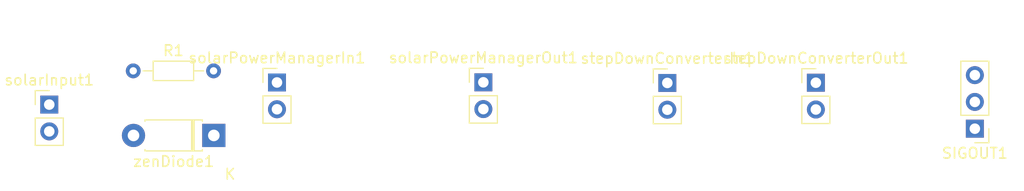
<source format=kicad_pcb>
(kicad_pcb (version 20240108) (generator "pcbnew") (generator_version "8.0")
  (layers (0 "F.Cu" signal) (31 "B.Cu" signal) (34 "B.Paste" user) (35 "F.Paste" user) (36 "B.SilkS" user "B.Silkscreen") (37 "F.SilkS" user "F.Silkscreen") (38 "B.Mask" user) (39 "F.Mask" user) (44 "Edge.Cuts" user))
  (net 0 "")
  (net 1 "0~10V")
  (net 2 "0~6.2V")
  (net 3 "GND")
  (net 4 "+5V")
  (net 5 "+3.3V")
  (footprint "Resistor_THT:R_Axial_DIN0204_L3.6mm_D1.6mm_P7.62mm_Horizontal" (layer "F.Cu") (at 81.89 69.05)
    (property "Reference" "R1" (at 3.81 -1.92 0) (layer "F.SilkS"))
    (property "Value" "13")
    (fp_line (start 0.94 0) (end 1.89 0) (stroke (width 0.12)) (layer "F.SilkS"))
    (fp_line (start 1.89 -0.92) (end 1.89 0.92) (stroke (width 0.12)) (layer "F.SilkS"))
    (fp_line (start 1.89 0.92) (end 5.73 0.92) (stroke (width 0.12)) (layer "F.SilkS"))
    (fp_line (start 5.73 -0.92) (end 1.89 -0.92) (stroke (width 0.12)) (layer "F.SilkS"))
    (fp_line (start 5.73 0.92) (end 5.73 -0.92) (stroke (width 0.12)) (layer "F.SilkS"))
    (fp_line (start 6.68 0) (end 5.73 0) (stroke (width 0.12)) (layer "F.SilkS"))
    (pad "1" thru_hole circle (at 0 0) (size 1.4 1.4) (drill 0.7) (layers "*.Cu" "*.Mask") (net 1 "0~10V"))
    (pad "2" thru_hole oval (at 7.62 0) (size 1.4 1.4) (drill 0.7) (layers "*.Cu" "*.Mask") (net 2 "0~6.2V"))
  )
  (footprint "Connector_PinHeader_2.54mm:PinHeader_1x03_P2.54mm_Vertical" (layer "F.Cu") (at 161.72 74.535 180)
    (property "Reference" "SIGOUT1" (at 0 -2.33 360) (layer "F.SilkS"))
    (property "Value" "Conn_01x03")
    (fp_line (start 1.33 1.27) (end 1.33 6.41) (stroke (width 0.12)) (layer "F.SilkS"))
    (fp_line (start -1.33 6.41) (end 1.33 6.41) (stroke (width 0.12)) (layer "F.SilkS"))
    (fp_line (start -1.33 1.27) (end 1.33 1.27) (stroke (width 0.12)) (layer "F.SilkS"))
    (fp_line (start -1.33 1.27) (end -1.33 6.41) (stroke (width 0.12)) (layer "F.SilkS"))
    (fp_line (start -1.33 0) (end -1.33 -1.33) (stroke (width 0.12)) (layer "F.SilkS"))
    (fp_line (start -1.33 -1.33) (end 0 -1.33) (stroke (width 0.12)) (layer "F.SilkS"))
    (pad "1" thru_hole rect (at 0 0 180) (size 1.7 1.7) (drill 1) (layers "*.Cu" "*.Mask") (net 3 "GND"))
    (pad "2" thru_hole oval (at 0 2.54 180) (size 1.7 1.7) (drill 1) (layers "*.Cu" "*.Mask") (net 4 "+5V"))
    (pad "3" thru_hole oval (at 0 5.08 180) (size 1.7 1.7) (drill 1) (layers "*.Cu" "*.Mask") (net 5 "+3.3V"))
  )
  (footprint "Connector_PinHeader_2.54mm:PinHeader_1x02_P2.54mm_Vertical" (layer "F.Cu") (at 73.925 72.25)
    (property "Reference" "solarInput1" (at 0 -2.33 0) (layer "F.SilkS"))
    (property "Value" "Conn_01x02")
    (fp_line (start -1.33 -1.33) (end 0 -1.33) (stroke (width 0.12)) (layer "F.SilkS"))
    (fp_line (start -1.33 0) (end -1.33 -1.33) (stroke (width 0.12)) (layer "F.SilkS"))
    (fp_line (start -1.33 1.27) (end -1.33 3.87) (stroke (width 0.12)) (layer "F.SilkS"))
    (fp_line (start -1.33 1.27) (end 1.33 1.27) (stroke (width 0.12)) (layer "F.SilkS"))
    (fp_line (start -1.33 3.87) (end 1.33 3.87) (stroke (width 0.12)) (layer "F.SilkS"))
    (fp_line (start 1.33 1.27) (end 1.33 3.87) (stroke (width 0.12)) (layer "F.SilkS"))
    (pad "1" thru_hole rect (at 0 0) (size 1.7 1.7) (drill 1) (layers "*.Cu" "*.Mask") (net 1 "0~10V"))
    (pad "2" thru_hole oval (at 0 2.54) (size 1.7 1.7) (drill 1) (layers "*.Cu" "*.Mask") (net 3 "GND"))
  )
  (footprint "Connector_PinHeader_2.54mm:PinHeader_1x02_P2.54mm_Vertical" (layer "F.Cu") (at 95.525 70.15)
    (property "Reference" "solarPowerManagerIn1" (at 0 -2.33 0) (layer "F.SilkS"))
    (property "Value" "Conn_01x02")
    (fp_line (start -1.33 -1.33) (end 0 -1.33) (stroke (width 0.12)) (layer "F.SilkS"))
    (fp_line (start -1.33 0) (end -1.33 -1.33) (stroke (width 0.12)) (layer "F.SilkS"))
    (fp_line (start -1.33 1.27) (end -1.33 3.87) (stroke (width 0.12)) (layer "F.SilkS"))
    (fp_line (start -1.33 1.27) (end 1.33 1.27) (stroke (width 0.12)) (layer "F.SilkS"))
    (fp_line (start -1.33 3.87) (end 1.33 3.87) (stroke (width 0.12)) (layer "F.SilkS"))
    (fp_line (start 1.33 1.27) (end 1.33 3.87) (stroke (width 0.12)) (layer "F.SilkS"))
    (pad "1" thru_hole rect (at 0 0) (size 1.7 1.7) (drill 1) (layers "*.Cu" "*.Mask") (net 2 "0~6.2V"))
    (pad "2" thru_hole oval (at 0 2.54) (size 1.7 1.7) (drill 1) (layers "*.Cu" "*.Mask") (net 3 "GND"))
  )
  (footprint "Connector_PinHeader_2.54mm:PinHeader_1x02_P2.54mm_Vertical" (layer "F.Cu") (at 115.1 70.135)
    (property "Reference" "solarPowerManagerOut1" (at 0 -2.33 0) (layer "F.SilkS"))
    (property "Value" "Conn_01x02")
    (fp_line (start -1.33 -1.33) (end 0 -1.33) (stroke (width 0.12)) (layer "F.SilkS"))
    (fp_line (start -1.33 0) (end -1.33 -1.33) (stroke (width 0.12)) (layer "F.SilkS"))
    (fp_line (start -1.33 1.27) (end -1.33 3.87) (stroke (width 0.12)) (layer "F.SilkS"))
    (fp_line (start -1.33 1.27) (end 1.33 1.27) (stroke (width 0.12)) (layer "F.SilkS"))
    (fp_line (start -1.33 3.87) (end 1.33 3.87) (stroke (width 0.12)) (layer "F.SilkS"))
    (fp_line (start 1.33 1.27) (end 1.33 3.87) (stroke (width 0.12)) (layer "F.SilkS"))
    (pad "1" thru_hole rect (at 0 0) (size 1.7 1.7) (drill 1) (layers "*.Cu" "*.Mask") (net 4 "+5V"))
    (pad "2" thru_hole oval (at 0 2.54) (size 1.7 1.7) (drill 1) (layers "*.Cu" "*.Mask") (net 3 "GND"))
  )
  (footprint "Connector_PinHeader_2.54mm:PinHeader_1x02_P2.54mm_Vertical" (layer "F.Cu") (at 146.64 70.175)
    (property "Reference" "stepDownConverterOut1" (at 0 -2.33 0) (layer "F.SilkS"))
    (property "Value" "Conn_01x02")
    (fp_line (start -1.33 -1.33) (end 0 -1.33) (stroke (width 0.12)) (layer "F.SilkS"))
    (fp_line (start -1.33 0) (end -1.33 -1.33) (stroke (width 0.12)) (layer "F.SilkS"))
    (fp_line (start -1.33 1.27) (end -1.33 3.87) (stroke (width 0.12)) (layer "F.SilkS"))
    (fp_line (start -1.33 1.27) (end 1.33 1.27) (stroke (width 0.12)) (layer "F.SilkS"))
    (fp_line (start -1.33 3.87) (end 1.33 3.87) (stroke (width 0.12)) (layer "F.SilkS"))
    (fp_line (start 1.33 1.27) (end 1.33 3.87) (stroke (width 0.12)) (layer "F.SilkS"))
    (pad "1" thru_hole rect (at 0 0) (size 1.7 1.7) (drill 1) (layers "*.Cu" "*.Mask") (net 5 "+3.3V"))
    (pad "2" thru_hole oval (at 0 2.54) (size 1.7 1.7) (drill 1) (layers "*.Cu" "*.Mask") (net 3 "GND"))
  )
  (footprint "Diode_THT:D_DO-41_SOD81_P7.62mm_Horizontal" (layer "F.Cu") (at 89.535 75.175 180)
    (property "Reference" "zenDiode1" (at 3.81 -2.47 360) (layer "F.SilkS"))
    (property "Value" "6.4V")
    (fp_line (start 6.53 1.47) (end 6.53 1.34) (stroke (width 0.12)) (layer "F.SilkS"))
    (fp_line (start 6.53 -1.47) (end 6.53 -1.34) (stroke (width 0.12)) (layer "F.SilkS"))
    (fp_line (start 2.11 -1.47) (end 2.11 1.47) (stroke (width 0.12)) (layer "F.SilkS"))
    (fp_line (start 1.99 -1.47) (end 1.99 1.47) (stroke (width 0.12)) (layer "F.SilkS"))
    (fp_line (start 1.87 -1.47) (end 1.87 1.47) (stroke (width 0.12)) (layer "F.SilkS"))
    (fp_line (start 1.09 1.47) (end 6.53 1.47) (stroke (width 0.12)) (layer "F.SilkS"))
    (fp_line (start 1.09 1.34) (end 1.09 1.47) (stroke (width 0.12)) (layer "F.SilkS"))
    (fp_line (start 1.09 -1.34) (end 1.09 -1.47) (stroke (width 0.12)) (layer "F.SilkS"))
    (fp_line (start 1.09 -1.47) (end 6.53 -1.47) (stroke (width 0.12)) (layer "F.SilkS"))
    (fp_text user "K" (at -1.54 -3.675 360) (layer "F.SilkS"))
    (pad "1" thru_hole rect (at 0 0 180) (size 2.2 2.2) (drill 1.1) (layers "*.Cu" "*.Mask") (net 2 "0~6.2V"))
    (pad "2" thru_hole oval (at 7.62 0 180) (size 2.2 2.2) (drill 1.1) (layers "*.Cu" "*.Mask") (net 3 "GND"))
  )
  (footprint "Connector_PinHeader_2.54mm:PinHeader_1x02_P2.54mm_Vertical" (layer "F.Cu") (at 132.55 70.195)
    (property "Reference" "stepDownConverterIn1" (at 0 -2.33 0) (layer "F.SilkS"))
    (property "Value" "Conn_01x02")
    (fp_line (start -1.33 -1.33) (end 0 -1.33) (stroke (width 0.12)) (layer "F.SilkS"))
    (fp_line (start -1.33 0) (end -1.33 -1.33) (stroke (width 0.12)) (layer "F.SilkS"))
    (fp_line (start -1.33 1.27) (end -1.33 3.87) (stroke (width 0.12)) (layer "F.SilkS"))
    (fp_line (start -1.33 1.27) (end 1.33 1.27) (stroke (width 0.12)) (layer "F.SilkS"))
    (fp_line (start -1.33 3.87) (end 1.33 3.87) (stroke (width 0.12)) (layer "F.SilkS"))
    (fp_line (start 1.33 1.27) (end 1.33 3.87) (stroke (width 0.12)) (layer "F.SilkS"))
    (pad "1" thru_hole rect (at 0 0) (size 1.7 1.7) (drill 1) (layers "*.Cu" "*.Mask") (net 4 "+5V"))
    (pad "2" thru_hole oval (at 0 2.54) (size 1.7 1.7) (drill 1) (layers "*.Cu" "*.Mask") (net 3 "GND"))
  )
)
</source>
